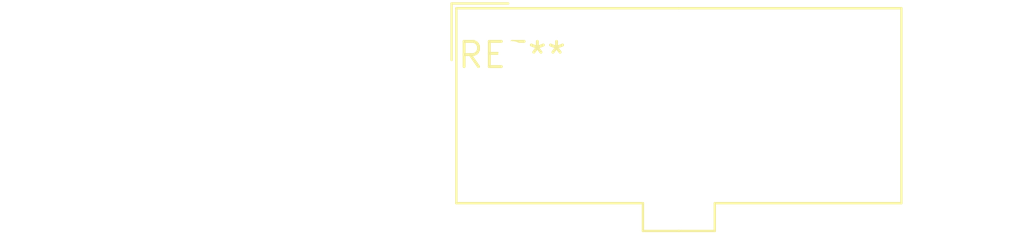
<source format=kicad_pcb>
(kicad_pcb (version 20240108) (generator pcbnew)
  (layers (0 "F.Cu" signal) (31 "B.Cu" signal) (34 "B.Paste" user) (35 "F.Paste" user) (36 "B.SilkS" user "B.Silkscreen") (37 "F.SilkS" user "F.Silkscreen") (38 "B.Mask" user) (39 "F.Mask" user) (44 "Edge.Cuts" user))
  (net 0 "")
  (footprint "Molex_Mini-Fit_Jr_5566-10A_2x05_P4.20mm_Vertical" (layer "F.Cu") (at 0 0)
    (property "Reference" "REF**")
    (property "Value" "Molex_Mini-Fit_Jr_5566-10A_2x05_P4.20mm_Vertical")
    (fp_line (start -3.05 -2.6) (end -3.05 0.25) (layer "F.SilkS") (stroke (width 0.12)))
    (fp_line (start -2.81 -2.36) (end -2.81 7.46) (layer "F.SilkS") (stroke (width 0.12)))
    (fp_line (start -2.81 7.46) (end 6.59 7.46) (layer "F.SilkS") (stroke (width 0.12)))
    (fp_line (start -0.2 -2.6) (end -3.05 -2.6) (layer "F.SilkS") (stroke (width 0.12)))
    (fp_line (start 6.59 7.46) (end 6.59 8.86) (layer "F.SilkS") (stroke (width 0.12)))
    (fp_line (start 6.59 8.86) (end 8.4 8.86) (layer "F.SilkS") (stroke (width 0.12)))
    (fp_line (start 8.4 -2.36) (end -2.81 -2.36) (layer "F.SilkS") (stroke (width 0.12)))
    (fp_line (start 8.4 -2.36) (end 19.61 -2.36) (layer "F.SilkS") (stroke (width 0.12)))
    (fp_line (start 10.21 7.46) (end 10.21 8.86) (layer "F.SilkS") (stroke (width 0.12)))
    (fp_line (start 10.21 8.86) (end 8.4 8.86) (layer "F.SilkS") (stroke (width 0.12)))
    (fp_line (start 19.61 -2.36) (end 19.61 7.46) (layer "F.SilkS") (stroke (width 0.12)))
    (fp_line (start 19.61 7.46) (end 10.21 7.46) (layer "F.SilkS") (stroke (width 0.12)))
    (pad "1" thru_hole roundrect (at 0 0) (size 2.7 3.3) (drill 1.4) (layers *.Cu *.Mask) (remove_unused_layers) (roundrect_rratio 0.092593))
    (pad "2" thru_hole oval (at 4.2 0) (size 2.7 3.3) (drill 1.4) (layers *.Cu *.Mask) (remove_unused_layers))
    (pad "3" thru_hole oval (at 8.4 0) (size 2.7 3.3) (drill 1.4) (layers *.Cu *.Mask) (remove_unused_layers))
    (pad "4" thru_hole oval (at 12.6 0) (size 2.7 3.3) (drill 1.4) (layers *.Cu *.Mask) (remove_unused_layers))
    (pad "5" thru_hole oval (at 16.8 0) (size 2.7 3.3) (drill 1.4) (layers *.Cu *.Mask) (remove_unused_layers))
    (pad "6" thru_hole oval (at 0 5.5) (size 2.7 3.3) (drill 1.4) (layers *.Cu *.Mask) (remove_unused_layers))
    (pad "7" thru_hole oval (at 4.2 5.5) (size 2.7 3.3) (drill 1.4) (layers *.Cu *.Mask) (remove_unused_layers))
    (pad "8" thru_hole oval (at 8.4 5.5) (size 2.7 3.3) (drill 1.4) (layers *.Cu *.Mask) (remove_unused_layers))
    (pad "9" thru_hole oval (at 12.6 5.5) (size 2.7 3.3) (drill 1.4) (layers *.Cu *.Mask) (remove_unused_layers))
    (pad "10" thru_hole oval (at 16.8 5.5) (size 2.7 3.3) (drill 1.4) (layers *.Cu *.Mask) (remove_unused_layers))
  )
)
</source>
